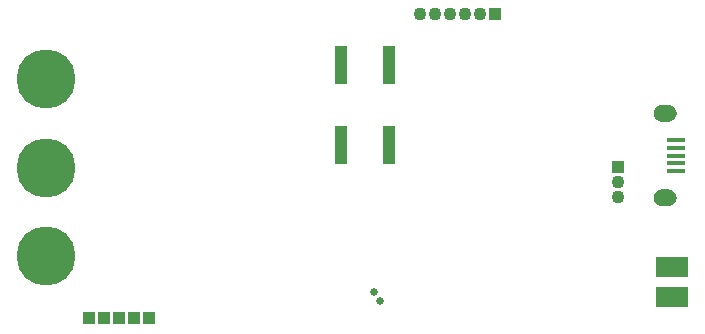
<source format=gbr>
%TF.GenerationSoftware,Altium Limited,Altium Designer,20.2.6 (244)*%
G04 Layer_Color=16711935*
%FSLAX45Y45*%
%MOMM*%
%TF.SameCoordinates,BE144905-350C-4E41-9AB6-63F68E724E9C*%
%TF.FilePolarity,Negative*%
%TF.FileFunction,Soldermask,Bot*%
%TF.Part,Single*%
G01*
G75*
%TA.AperFunction,ComponentPad*%
%ADD50C,1.10000*%
%ADD51R,1.10000X1.10000*%
G04:AMPARAMS|DCode=52|XSize=1.1mm|YSize=1.1mm|CornerRadius=0.275mm|HoleSize=0mm|Usage=FLASHONLY|Rotation=270.000|XOffset=0mm|YOffset=0mm|HoleType=Round|Shape=RoundedRectangle|*
%AMROUNDEDRECTD52*
21,1,1.10000,0.55000,0,0,270.0*
21,1,0.55000,1.10000,0,0,270.0*
1,1,0.55000,-0.27500,-0.27500*
1,1,0.55000,-0.27500,0.27500*
1,1,0.55000,0.27500,0.27500*
1,1,0.55000,0.27500,-0.27500*
%
%ADD52ROUNDEDRECTD52*%
G04:AMPARAMS|DCode=53|XSize=1.1mm|YSize=1.1mm|CornerRadius=0.1375mm|HoleSize=0mm|Usage=FLASHONLY|Rotation=270.000|XOffset=0mm|YOffset=0mm|HoleType=Round|Shape=RoundedRectangle|*
%AMROUNDEDRECTD53*
21,1,1.10000,0.82500,0,0,270.0*
21,1,0.82500,1.10000,0,0,270.0*
1,1,0.27500,-0.41250,-0.41250*
1,1,0.27500,-0.41250,0.41250*
1,1,0.27500,0.41250,0.41250*
1,1,0.27500,0.41250,-0.41250*
%
%ADD53ROUNDEDRECTD53*%
%ADD55R,1.10000X1.10000*%
%TA.AperFunction,ViaPad*%
%ADD56C,0.65000*%
%TA.AperFunction,SMDPad,CuDef*%
%ADD57R,2.70000X1.80000*%
%ADD58R,1.00000X3.20000*%
%ADD59R,1.50000X0.40000*%
%ADD60C,5.00000*%
G36*
X6028404Y1211163D02*
X6028116Y1214817D01*
X6027638Y1218450D01*
X6026970Y1222054D01*
X6026115Y1225617D01*
X6025074Y1229131D01*
X6023851Y1232586D01*
X6022448Y1235971D01*
X6020870Y1239279D01*
X6019122Y1242500D01*
X6017207Y1245625D01*
X6015131Y1248645D01*
X6012900Y1251552D01*
X6010520Y1254339D01*
X6007997Y1256997D01*
X6005339Y1259520D01*
X6002552Y1261900D01*
X5999645Y1264131D01*
X5996625Y1266207D01*
X5993500Y1268122D01*
X5990279Y1269870D01*
X5986972Y1271448D01*
X5983586Y1272851D01*
X5980131Y1274074D01*
X5976617Y1275115D01*
X5973054Y1275970D01*
X5969450Y1276638D01*
X5965817Y1277117D01*
X5962163Y1277404D01*
X5958500Y1277500D01*
X5903500D01*
X5899836Y1277404D01*
X5896183Y1277117D01*
X5892550Y1276638D01*
X5888946Y1275970D01*
X5885382Y1275115D01*
X5881869Y1274074D01*
X5878414Y1272851D01*
X5875028Y1271448D01*
X5871721Y1269870D01*
X5868500Y1268122D01*
X5865375Y1266207D01*
X5862355Y1264131D01*
X5859448Y1261900D01*
X5856661Y1259520D01*
X5854003Y1256997D01*
X5851480Y1254339D01*
X5849100Y1251552D01*
X5846869Y1248645D01*
X5844793Y1245625D01*
X5842878Y1242500D01*
X5841130Y1239279D01*
X5839552Y1235971D01*
X5838149Y1232586D01*
X5836926Y1229131D01*
X5835885Y1225617D01*
X5835029Y1222054D01*
X5834362Y1218450D01*
X5833883Y1214817D01*
X5833596Y1211163D01*
X5833500Y1207500D01*
X5833596Y1203836D01*
X5833883Y1200183D01*
X5834362Y1196550D01*
X5835029Y1192946D01*
X5835885Y1189383D01*
X5836926Y1185869D01*
X5838149Y1182414D01*
X5839552Y1179028D01*
X5841130Y1175721D01*
X5842878Y1172500D01*
X5844793Y1169375D01*
X5846869Y1166355D01*
X5849100Y1163448D01*
X5851480Y1160661D01*
X5854003Y1158003D01*
X5856661Y1155480D01*
X5859448Y1153100D01*
X5862355Y1150869D01*
X5865375Y1148793D01*
X5868500Y1146878D01*
X5871721Y1145130D01*
X5875028Y1143552D01*
X5878414Y1142149D01*
X5881869Y1140926D01*
X5885382Y1139885D01*
X5888946Y1139029D01*
X5892550Y1138362D01*
X5896183Y1137883D01*
X5899836Y1137596D01*
X5903500Y1137500D01*
X5958500D01*
X5962163Y1137596D01*
X5965817Y1137883D01*
X5969450Y1138362D01*
X5973054Y1139029D01*
X5976617Y1139885D01*
X5980131Y1140926D01*
X5983586Y1142149D01*
X5986972Y1143552D01*
X5990279Y1145130D01*
X5993500Y1146878D01*
X5996625Y1148793D01*
X5999645Y1150869D01*
X6002552Y1153100D01*
X6005339Y1155480D01*
X6007997Y1158003D01*
X6010520Y1160661D01*
X6012900Y1163448D01*
X6015131Y1166355D01*
X6017207Y1169375D01*
X6019122Y1172500D01*
X6020870Y1175721D01*
X6022448Y1179028D01*
X6023851Y1182414D01*
X6025074Y1185869D01*
X6026115Y1189383D01*
X6026970Y1192946D01*
X6027638Y1196550D01*
X6028116Y1200183D01*
X6028404Y1203836D01*
X6028500Y1207500D01*
X6028404Y1211163D01*
D02*
G37*
G36*
Y1926164D02*
X6028116Y1929817D01*
X6027638Y1933450D01*
X6026970Y1937054D01*
X6026115Y1940617D01*
X6025074Y1944131D01*
X6023851Y1947586D01*
X6022448Y1950971D01*
X6020870Y1954279D01*
X6019122Y1957500D01*
X6017207Y1960625D01*
X6015131Y1963645D01*
X6012900Y1966552D01*
X6010520Y1969339D01*
X6007997Y1971997D01*
X6005339Y1974520D01*
X6002552Y1976900D01*
X5999645Y1979131D01*
X5996625Y1981207D01*
X5993500Y1983122D01*
X5990279Y1984870D01*
X5986972Y1986448D01*
X5983586Y1987850D01*
X5980131Y1989074D01*
X5976617Y1990115D01*
X5973054Y1990970D01*
X5969450Y1991638D01*
X5965817Y1992116D01*
X5962163Y1992404D01*
X5958500Y1992500D01*
X5903500D01*
X5899836Y1992404D01*
X5896183Y1992116D01*
X5892550Y1991638D01*
X5888946Y1990970D01*
X5885382Y1990115D01*
X5881869Y1989074D01*
X5878414Y1987850D01*
X5875028Y1986448D01*
X5871721Y1984870D01*
X5868500Y1983122D01*
X5865375Y1981207D01*
X5862355Y1979131D01*
X5859448Y1976900D01*
X5856661Y1974520D01*
X5854003Y1971997D01*
X5851480Y1969339D01*
X5849100Y1966552D01*
X5846869Y1963645D01*
X5844793Y1960625D01*
X5842878Y1957500D01*
X5841130Y1954279D01*
X5839552Y1950971D01*
X5838149Y1947586D01*
X5836926Y1944131D01*
X5835885Y1940617D01*
X5835029Y1937054D01*
X5834362Y1933450D01*
X5833883Y1929817D01*
X5833596Y1926164D01*
X5833500Y1922500D01*
X5833596Y1918836D01*
X5833883Y1915183D01*
X5834362Y1911549D01*
X5835029Y1907946D01*
X5835885Y1904383D01*
X5836926Y1900869D01*
X5838149Y1897414D01*
X5839552Y1894028D01*
X5841130Y1890721D01*
X5842878Y1887500D01*
X5844793Y1884375D01*
X5846869Y1881355D01*
X5849100Y1878448D01*
X5851480Y1875661D01*
X5854003Y1873002D01*
X5856661Y1870480D01*
X5859448Y1868100D01*
X5862355Y1865869D01*
X5865375Y1863793D01*
X5868500Y1861878D01*
X5871721Y1860129D01*
X5875028Y1858552D01*
X5878414Y1857149D01*
X5881869Y1855926D01*
X5885382Y1854885D01*
X5888946Y1854030D01*
X5892550Y1853362D01*
X5896183Y1852883D01*
X5899836Y1852596D01*
X5903500Y1852500D01*
X5958500D01*
X5962163Y1852596D01*
X5965817Y1852883D01*
X5969450Y1853362D01*
X5973054Y1854030D01*
X5976617Y1854885D01*
X5980131Y1855926D01*
X5983586Y1857149D01*
X5986972Y1858552D01*
X5990279Y1860129D01*
X5993500Y1861878D01*
X5996625Y1863793D01*
X5999645Y1865869D01*
X6002552Y1868100D01*
X6005339Y1870480D01*
X6007997Y1873002D01*
X6010520Y1875661D01*
X6012900Y1878448D01*
X6015131Y1881355D01*
X6017207Y1884375D01*
X6019122Y1887500D01*
X6020870Y1890721D01*
X6022448Y1894028D01*
X6023851Y1897414D01*
X6025074Y1900869D01*
X6026115Y1904383D01*
X6026970Y1907946D01*
X6027638Y1911549D01*
X6028116Y1915183D01*
X6028404Y1918836D01*
X6028500Y1922500D01*
X6028404Y1926164D01*
D02*
G37*
D50*
X3856000Y2760000D02*
D03*
X3983000D02*
D03*
X4110000D02*
D03*
X4237000D02*
D03*
X4364000D02*
D03*
X5530000Y1213000D02*
D03*
Y1340000D02*
D03*
D51*
X4491000Y2760000D02*
D03*
D52*
X1056000Y190000D02*
D03*
X1183000D02*
D03*
X1310000D02*
D03*
X1437000D02*
D03*
D53*
X1564000D02*
D03*
D55*
X5530000Y1467000D02*
D03*
D56*
X3470000Y410000D02*
D03*
X3520000Y330000D02*
D03*
D57*
X5990000Y363000D02*
D03*
Y617000D02*
D03*
D58*
X3590000Y1655025D02*
D03*
Y2335026D02*
D03*
X3190000D02*
D03*
Y1655025D02*
D03*
D59*
X6020000Y1435000D02*
D03*
Y1500000D02*
D03*
Y1565000D02*
D03*
Y1630000D02*
D03*
Y1695000D02*
D03*
D60*
X692500Y712500D02*
D03*
Y1460000D02*
D03*
Y2212500D02*
D03*
%TF.MD5,c22d3385c3cc2e37eea525d9430fae67*%
M02*

</source>
